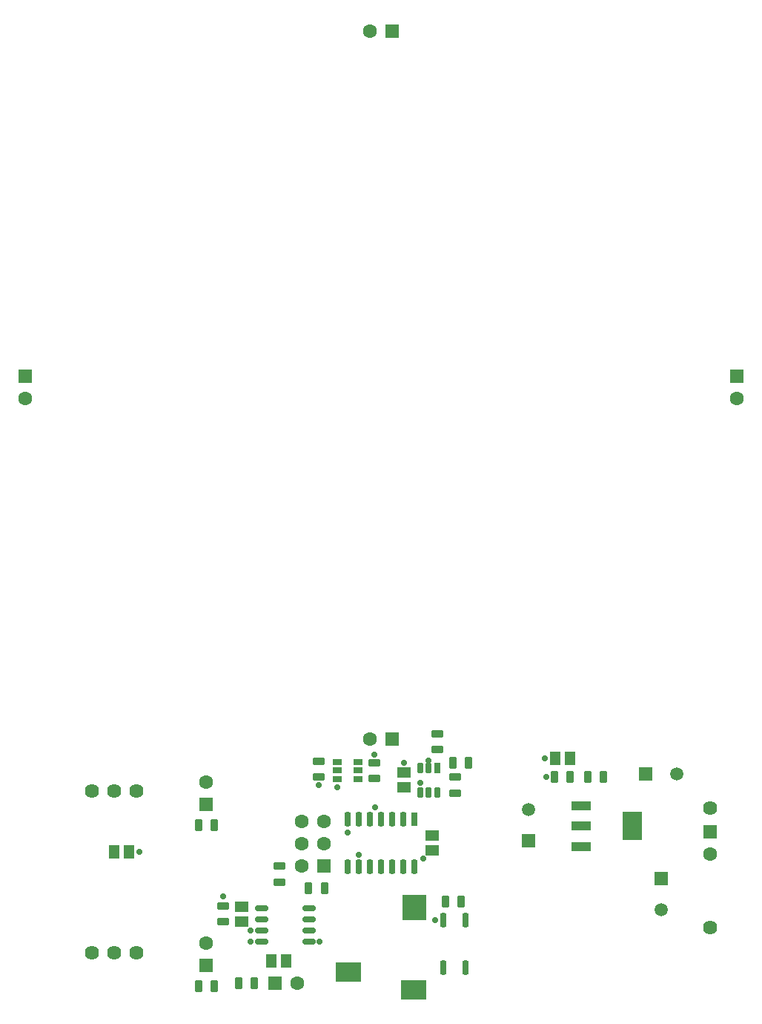
<source format=gts>
G04*
G04 #@! TF.GenerationSoftware,Altium Limited,Altium Designer,23.8.1 (32)*
G04*
G04 Layer_Color=8388736*
%FSLAX25Y25*%
%MOIN*%
G70*
G04*
G04 #@! TF.SameCoordinates,B00BB811-4D84-4737-8C1C-C2D0D2789402*
G04*
G04*
G04 #@! TF.FilePolarity,Negative*
G04*
G01*
G75*
G04:AMPARAMS|DCode=32|XSize=55.12mil|YSize=33.86mil|CornerRadius=5.71mil|HoleSize=0mil|Usage=FLASHONLY|Rotation=90.000|XOffset=0mil|YOffset=0mil|HoleType=Round|Shape=RoundedRectangle|*
%AMROUNDEDRECTD32*
21,1,0.05512,0.02244,0,0,90.0*
21,1,0.04370,0.03386,0,0,90.0*
1,1,0.01142,0.01122,0.02185*
1,1,0.01142,0.01122,-0.02185*
1,1,0.01142,-0.01122,-0.02185*
1,1,0.01142,-0.01122,0.02185*
%
%ADD32ROUNDEDRECTD32*%
%ADD33O,0.06102X0.02756*%
%ADD34R,0.04331X0.03150*%
G04:AMPARAMS|DCode=35|XSize=64.57mil|YSize=27.56mil|CornerRadius=7.87mil|HoleSize=0mil|Usage=FLASHONLY|Rotation=270.000|XOffset=0mil|YOffset=0mil|HoleType=Round|Shape=RoundedRectangle|*
%AMROUNDEDRECTD35*
21,1,0.06457,0.01181,0,0,270.0*
21,1,0.04882,0.02756,0,0,270.0*
1,1,0.01575,-0.00591,-0.02441*
1,1,0.01575,-0.00591,0.02441*
1,1,0.01575,0.00591,0.02441*
1,1,0.01575,0.00591,-0.02441*
%
%ADD35ROUNDEDRECTD35*%
G04:AMPARAMS|DCode=36|XSize=47.24mil|YSize=27.56mil|CornerRadius=7.87mil|HoleSize=0mil|Usage=FLASHONLY|Rotation=270.000|XOffset=0mil|YOffset=0mil|HoleType=Round|Shape=RoundedRectangle|*
%AMROUNDEDRECTD36*
21,1,0.04724,0.01181,0,0,270.0*
21,1,0.03150,0.02756,0,0,270.0*
1,1,0.01575,-0.00591,-0.01575*
1,1,0.01575,-0.00591,0.01575*
1,1,0.01575,0.00591,0.01575*
1,1,0.01575,0.00591,-0.01575*
%
%ADD36ROUNDEDRECTD36*%
%ADD37R,0.02756X0.04724*%
%ADD38R,0.08858X0.12992*%
%ADD39R,0.08858X0.04331*%
G04:AMPARAMS|DCode=40|XSize=27.56mil|YSize=64.96mil|CornerRadius=7.87mil|HoleSize=0mil|Usage=FLASHONLY|Rotation=180.000|XOffset=0mil|YOffset=0mil|HoleType=Round|Shape=RoundedRectangle|*
%AMROUNDEDRECTD40*
21,1,0.02756,0.04921,0,0,180.0*
21,1,0.01181,0.06496,0,0,180.0*
1,1,0.01575,-0.00591,0.02461*
1,1,0.01575,0.00591,0.02461*
1,1,0.01575,0.00591,-0.02461*
1,1,0.01575,-0.00591,-0.02461*
%
%ADD40ROUNDEDRECTD40*%
%ADD41R,0.02756X0.06496*%
G04:AMPARAMS|DCode=42|XSize=55.12mil|YSize=33.86mil|CornerRadius=5.71mil|HoleSize=0mil|Usage=FLASHONLY|Rotation=180.000|XOffset=0mil|YOffset=0mil|HoleType=Round|Shape=RoundedRectangle|*
%AMROUNDEDRECTD42*
21,1,0.05512,0.02244,0,0,180.0*
21,1,0.04370,0.03386,0,0,180.0*
1,1,0.01142,-0.02185,0.01122*
1,1,0.01142,0.02185,0.01122*
1,1,0.01142,0.02185,-0.01122*
1,1,0.01142,-0.02185,-0.01122*
%
%ADD42ROUNDEDRECTD42*%
%ADD43R,0.11417X0.09055*%
%ADD44R,0.10630X0.11417*%
%ADD45R,0.05118X0.05906*%
%ADD46R,0.05906X0.05118*%
%ADD47C,0.06394*%
%ADD48C,0.00394*%
%ADD49R,0.06299X0.06299*%
%ADD50C,0.06299*%
%ADD51R,0.06299X0.06299*%
%ADD52C,0.05906*%
%ADD53R,0.05906X0.05906*%
%ADD54R,0.05906X0.05906*%
%ADD55C,0.02794*%
D32*
X32457Y-168500D02*
D03*
X39504D02*
D03*
X-82043Y-269000D02*
D03*
X-74996D02*
D03*
X-82043Y-196500D02*
D03*
X-74996D02*
D03*
X-64043Y-267500D02*
D03*
X-56996D02*
D03*
X-25457Y-225000D02*
D03*
X-32504D02*
D03*
X36043Y-231000D02*
D03*
X28996D02*
D03*
X85043Y-175000D02*
D03*
X77996D02*
D03*
X100043D02*
D03*
X92996D02*
D03*
D33*
X-32272Y-249000D02*
D03*
Y-244000D02*
D03*
Y-239000D02*
D03*
Y-234000D02*
D03*
X-53728Y-249000D02*
D03*
Y-244000D02*
D03*
Y-239000D02*
D03*
Y-234000D02*
D03*
D34*
X-10276Y-175740D02*
D03*
Y-172000D02*
D03*
Y-168260D02*
D03*
X-19724D02*
D03*
Y-172000D02*
D03*
Y-175740D02*
D03*
D35*
X28000Y-239240D02*
D03*
X38000D02*
D03*
X28000Y-260500D02*
D03*
X38000D02*
D03*
D36*
X17760Y-182024D02*
D03*
X21500D02*
D03*
X25240D02*
D03*
X17760Y-171000D02*
D03*
X21500D02*
D03*
D37*
X25240D02*
D03*
D38*
X113016Y-197000D02*
D03*
D39*
X89984Y-206055D02*
D03*
Y-197000D02*
D03*
Y-187945D02*
D03*
D40*
X-0Y-194000D02*
D03*
X10000D02*
D03*
X5000D02*
D03*
X-5000D02*
D03*
X-10000D02*
D03*
X-15000D02*
D03*
X15039Y-215260D02*
D03*
X10039D02*
D03*
X5039D02*
D03*
X39D02*
D03*
X-4961D02*
D03*
X-9961D02*
D03*
X-14961D02*
D03*
D41*
X15000Y-194000D02*
D03*
D42*
X-3000Y-175543D02*
D03*
Y-168496D02*
D03*
X-28000Y-167957D02*
D03*
Y-175004D02*
D03*
X-71000Y-232957D02*
D03*
Y-240004D02*
D03*
X33500Y-182043D02*
D03*
Y-174996D02*
D03*
X25500Y-162543D02*
D03*
Y-155496D02*
D03*
X-45500Y-222043D02*
D03*
Y-214996D02*
D03*
D43*
X-14567Y-262516D02*
D03*
X14567Y-270390D02*
D03*
D44*
X14961Y-233382D02*
D03*
D45*
X-49347Y-257500D02*
D03*
X-42654D02*
D03*
X-120000Y-208500D02*
D03*
X-113307D02*
D03*
X85000Y-166500D02*
D03*
X78307D02*
D03*
D46*
X-62500Y-239846D02*
D03*
Y-233154D02*
D03*
X10500Y-179693D02*
D03*
Y-173000D02*
D03*
X23000Y-201153D02*
D03*
Y-207846D02*
D03*
D47*
X-130000Y-253819D02*
D03*
X-120000D02*
D03*
X-110000D02*
D03*
X-130000Y-181319D02*
D03*
X-120000D02*
D03*
X-110000D02*
D03*
X147992Y-242402D02*
D03*
Y-188898D02*
D03*
D48*
X45000Y-215000D02*
D03*
X-0Y-266059D02*
D03*
Y-238500D02*
D03*
D49*
X-78500Y-259685D02*
D03*
Y-187185D02*
D03*
X148000Y-199500D02*
D03*
X160000Y5000D02*
D03*
X-160000D02*
D03*
X-25500Y-215000D02*
D03*
D50*
X-78500Y-249685D02*
D03*
Y-177185D02*
D03*
X148000Y-209500D02*
D03*
X-5000Y-158000D02*
D03*
X160000Y-5000D02*
D03*
X-5000Y160000D02*
D03*
X-160000Y-5000D02*
D03*
X-37500Y-267500D02*
D03*
X-35500Y-215000D02*
D03*
X-25500Y-205000D02*
D03*
X-35500D02*
D03*
X-25500Y-195000D02*
D03*
X-35500D02*
D03*
D51*
X5000Y-158000D02*
D03*
Y160000D02*
D03*
X-47500Y-267500D02*
D03*
D52*
X126000Y-234390D02*
D03*
X66500Y-189610D02*
D03*
X132890Y-173500D02*
D03*
D53*
X126000Y-220610D02*
D03*
X66500Y-203390D02*
D03*
D54*
X119110Y-173500D02*
D03*
D55*
X-108500Y-208500D02*
D03*
X-27500Y-249000D02*
D03*
X-58500Y-249000D02*
D03*
Y-244000D02*
D03*
X24504Y-239240D02*
D03*
X74500Y-175000D02*
D03*
X73807Y-166500D02*
D03*
X19000Y-211500D02*
D03*
X21500Y-167504D02*
D03*
X10500Y-168500D02*
D03*
X-3000Y-165000D02*
D03*
X-28000Y-178500D02*
D03*
X-19500Y-179500D02*
D03*
X-71000Y-228500D02*
D03*
X-2500Y-188500D02*
D03*
X-15000Y-200000D02*
D03*
X-9961Y-210000D02*
D03*
X17760Y-177500D02*
D03*
M02*

</source>
